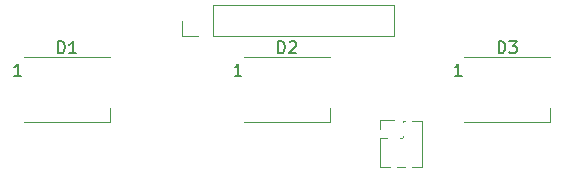
<source format=gbr>
%TF.GenerationSoftware,KiCad,Pcbnew,(6.0.5)*%
%TF.CreationDate,2022-06-20T13:03:10+02:00*%
%TF.ProjectId,Touchpad,546f7563-6870-4616-942e-6b696361645f,rev?*%
%TF.SameCoordinates,Original*%
%TF.FileFunction,Legend,Top*%
%TF.FilePolarity,Positive*%
%FSLAX46Y46*%
G04 Gerber Fmt 4.6, Leading zero omitted, Abs format (unit mm)*
G04 Created by KiCad (PCBNEW (6.0.5)) date 2022-06-20 13:03:10*
%MOMM*%
%LPD*%
G01*
G04 APERTURE LIST*
%ADD10C,0.150000*%
%ADD11C,0.120000*%
G04 APERTURE END LIST*
D10*
%TO.C,D3*%
X216811904Y-85952380D02*
X216811904Y-84952380D01*
X217050000Y-84952380D01*
X217192857Y-85000000D01*
X217288095Y-85095238D01*
X217335714Y-85190476D01*
X217383333Y-85380952D01*
X217383333Y-85523809D01*
X217335714Y-85714285D01*
X217288095Y-85809523D01*
X217192857Y-85904761D01*
X217050000Y-85952380D01*
X216811904Y-85952380D01*
X217716666Y-84952380D02*
X218335714Y-84952380D01*
X218002380Y-85333333D01*
X218145238Y-85333333D01*
X218240476Y-85380952D01*
X218288095Y-85428571D01*
X218335714Y-85523809D01*
X218335714Y-85761904D01*
X218288095Y-85857142D01*
X218240476Y-85904761D01*
X218145238Y-85952380D01*
X217859523Y-85952380D01*
X217764285Y-85904761D01*
X217716666Y-85857142D01*
X213685714Y-87852380D02*
X213114285Y-87852380D01*
X213400000Y-87852380D02*
X213400000Y-86852380D01*
X213304761Y-86995238D01*
X213209523Y-87090476D01*
X213114285Y-87138095D01*
%TO.C,D2*%
X198161904Y-85952380D02*
X198161904Y-84952380D01*
X198400000Y-84952380D01*
X198542857Y-85000000D01*
X198638095Y-85095238D01*
X198685714Y-85190476D01*
X198733333Y-85380952D01*
X198733333Y-85523809D01*
X198685714Y-85714285D01*
X198638095Y-85809523D01*
X198542857Y-85904761D01*
X198400000Y-85952380D01*
X198161904Y-85952380D01*
X199114285Y-85047619D02*
X199161904Y-85000000D01*
X199257142Y-84952380D01*
X199495238Y-84952380D01*
X199590476Y-85000000D01*
X199638095Y-85047619D01*
X199685714Y-85142857D01*
X199685714Y-85238095D01*
X199638095Y-85380952D01*
X199066666Y-85952380D01*
X199685714Y-85952380D01*
X195035714Y-87852380D02*
X194464285Y-87852380D01*
X194750000Y-87852380D02*
X194750000Y-86852380D01*
X194654761Y-86995238D01*
X194559523Y-87090476D01*
X194464285Y-87138095D01*
%TO.C,D1*%
X179511904Y-85952380D02*
X179511904Y-84952380D01*
X179750000Y-84952380D01*
X179892857Y-85000000D01*
X179988095Y-85095238D01*
X180035714Y-85190476D01*
X180083333Y-85380952D01*
X180083333Y-85523809D01*
X180035714Y-85714285D01*
X179988095Y-85809523D01*
X179892857Y-85904761D01*
X179750000Y-85952380D01*
X179511904Y-85952380D01*
X181035714Y-85952380D02*
X180464285Y-85952380D01*
X180750000Y-85952380D02*
X180750000Y-84952380D01*
X180654761Y-85095238D01*
X180559523Y-85190476D01*
X180464285Y-85238095D01*
X176385714Y-87852380D02*
X175814285Y-87852380D01*
X176100000Y-87852380D02*
X176100000Y-86852380D01*
X176004761Y-86995238D01*
X175909523Y-87090476D01*
X175814285Y-87138095D01*
D11*
%TO.C,J3*%
X192620000Y-84530000D02*
X192620000Y-81870000D01*
X192620000Y-84530000D02*
X207920000Y-84530000D01*
X190020000Y-84530000D02*
X190020000Y-83200000D01*
X207920000Y-84530000D02*
X207920000Y-81870000D01*
X191350000Y-84530000D02*
X190020000Y-84530000D01*
X192620000Y-81870000D02*
X207920000Y-81870000D01*
%TO.C,J2*%
X209502530Y-95610000D02*
X210325000Y-95610000D01*
X208685000Y-91680000D02*
X208887470Y-91680000D01*
X206795000Y-92375000D02*
X206795000Y-91615000D01*
X209502530Y-91680000D02*
X210325000Y-91680000D01*
X208685000Y-91811529D02*
X208685000Y-91680000D01*
X208488471Y-93135000D02*
X208631529Y-93135000D01*
X210325000Y-91680000D02*
X210325000Y-95610000D01*
X208685000Y-93081529D02*
X208685000Y-92938471D01*
X206795000Y-93135000D02*
X207361529Y-93135000D01*
X206795000Y-93135000D02*
X206795000Y-95610000D01*
X206795000Y-95610000D02*
X207617470Y-95610000D01*
X206795000Y-91615000D02*
X207925000Y-91615000D01*
X208232530Y-95610000D02*
X208887470Y-95610000D01*
%TO.C,D3*%
X213900000Y-86250000D02*
X221200000Y-86250000D01*
X213900000Y-91750000D02*
X221200000Y-91750000D01*
X221200000Y-91750000D02*
X221200000Y-90600000D01*
%TO.C,D2*%
X195250000Y-86250000D02*
X202550000Y-86250000D01*
X195250000Y-91750000D02*
X202550000Y-91750000D01*
X202550000Y-91750000D02*
X202550000Y-90600000D01*
%TO.C,D1*%
X176600000Y-86250000D02*
X183900000Y-86250000D01*
X176600000Y-91750000D02*
X183900000Y-91750000D01*
X183900000Y-91750000D02*
X183900000Y-90600000D01*
%TD*%
M02*

</source>
